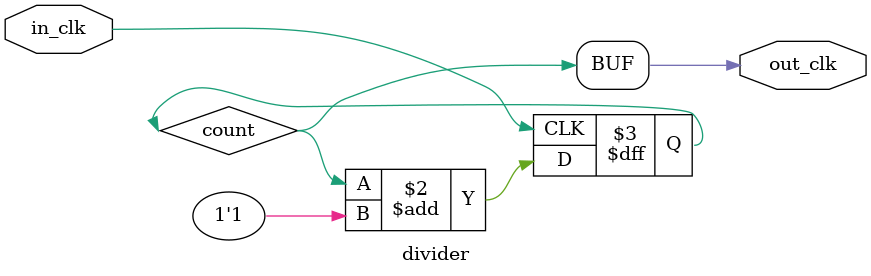
<source format=v>
`timescale 1ns / 1ps
module divider(out_clk, in_clk);

	input in_clk;
	output out_clk;
	
	reg count;
	reg temp;

	always @ (posedge in_clk) begin
		count <= count + 1'b1;
	end
	
	assign out_clk = count;
endmodule

</source>
